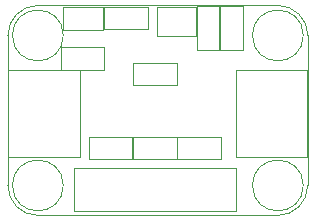
<source format=gbr>
%TF.GenerationSoftware,KiCad,Pcbnew,5.1.5+dfsg1-2~bpo10+1*%
%TF.CreationDate,Date%
%TF.ProjectId,Gesture Sensor,47657374-7572-4652-9053-656e736f722e,rev?*%
%TF.SameCoordinates,Original*%
%TF.FileFunction,Other,User*%
%FSLAX45Y45*%
G04 Gerber Fmt 4.5, Leading zero omitted, Abs format (unit mm)*
G04 Created by KiCad*
%MOMM*%
%LPD*%
G04 APERTURE LIST*
%ADD10C,0.050000*%
G04 APERTURE END LIST*
D10*
X13335000Y-6350000D02*
G75*
G02X13081000Y-6096000I0J254000D01*
G01*
X15367000Y-4572000D02*
G75*
G02X15621000Y-4826000I0J-254000D01*
G01*
X15621000Y-6096000D02*
G75*
G02X15367000Y-6350000I-254000J0D01*
G01*
X13081000Y-4826000D02*
G75*
G02X13335000Y-4572000I254000J0D01*
G01*
X13335000Y-4572000D02*
X15367000Y-4572000D01*
X13081000Y-4826000D02*
X13081000Y-6096000D01*
X15621000Y-4826000D02*
X15621000Y-6096000D01*
X13335000Y-6350000D02*
X15367000Y-6350000D01*
X13691500Y-5121400D02*
X13691500Y-5851400D01*
X13691500Y-5851400D02*
X13086500Y-5851400D01*
X13086500Y-5851400D02*
X13086500Y-5121400D01*
X13086500Y-5121400D02*
X13691500Y-5121400D01*
X15010500Y-5851400D02*
X15010500Y-5121400D01*
X15010500Y-5121400D02*
X15615500Y-5121400D01*
X15615500Y-5121400D02*
X15615500Y-5851400D01*
X15615500Y-5851400D02*
X15010500Y-5851400D01*
X15582000Y-6096000D02*
G75*
G03X15582000Y-6096000I-215000J0D01*
G01*
X13895120Y-4581720D02*
X14265120Y-4581720D01*
X13895120Y-4771720D02*
X13895120Y-4581720D01*
X14265120Y-4771720D02*
X13895120Y-4771720D01*
X14265120Y-4581720D02*
X14265120Y-4771720D01*
X14887420Y-5873500D02*
X14517420Y-5873500D01*
X14887420Y-5683500D02*
X14887420Y-5873500D01*
X14517420Y-5683500D02*
X14887420Y-5683500D01*
X14517420Y-5873500D02*
X14517420Y-5683500D01*
X14878300Y-4950040D02*
X14878300Y-4580040D01*
X15068300Y-4950040D02*
X14878300Y-4950040D01*
X15068300Y-4580040D02*
X15068300Y-4950040D01*
X14878300Y-4580040D02*
X15068300Y-4580040D01*
X14680180Y-4950040D02*
X14680180Y-4580040D01*
X14870180Y-4950040D02*
X14680180Y-4950040D01*
X14870180Y-4580040D02*
X14870180Y-4950040D01*
X14680180Y-4580040D02*
X14870180Y-4580040D01*
X14136320Y-5873500D02*
X13766320Y-5873500D01*
X14136320Y-5683500D02*
X14136320Y-5873500D01*
X13766320Y-5683500D02*
X14136320Y-5683500D01*
X13766320Y-5873500D02*
X13766320Y-5683500D01*
X14141500Y-5683500D02*
X14511500Y-5683500D01*
X14141500Y-5873500D02*
X14141500Y-5683500D01*
X14511500Y-5873500D02*
X14141500Y-5873500D01*
X14511500Y-5683500D02*
X14511500Y-5873500D01*
X14141500Y-5058660D02*
X14511500Y-5058660D01*
X14141500Y-5248660D02*
X14141500Y-5058660D01*
X14511500Y-5248660D02*
X14141500Y-5248660D01*
X14511500Y-5058660D02*
X14511500Y-5248660D01*
X13529360Y-4926580D02*
X13899360Y-4926580D01*
X13529360Y-5116580D02*
X13529360Y-4926580D01*
X13899360Y-5116580D02*
X13529360Y-5116580D01*
X13899360Y-4926580D02*
X13899360Y-5116580D01*
X13639000Y-6311000D02*
X15014000Y-6311000D01*
X15014000Y-6311000D02*
X15014000Y-5951000D01*
X15014000Y-5951000D02*
X13639000Y-5951000D01*
X13639000Y-5951000D02*
X13639000Y-6311000D01*
X13550000Y-6096000D02*
G75*
G03X13550000Y-6096000I-215000J0D01*
G01*
X13550000Y-4826000D02*
G75*
G03X13550000Y-4826000I-215000J0D01*
G01*
X15582000Y-4826000D02*
G75*
G03X15582000Y-4826000I-215000J0D01*
G01*
X14672440Y-4831720D02*
X14342440Y-4831720D01*
X14672440Y-4831720D02*
X14672440Y-4581720D01*
X14342440Y-4581720D02*
X14342440Y-4831720D01*
X14342440Y-4581720D02*
X14672440Y-4581720D01*
X13550540Y-4776220D02*
X13550540Y-4586220D01*
X13550540Y-4586220D02*
X13886540Y-4586220D01*
X13886540Y-4586220D02*
X13886540Y-4776220D01*
X13886540Y-4776220D02*
X13550540Y-4776220D01*
M02*

</source>
